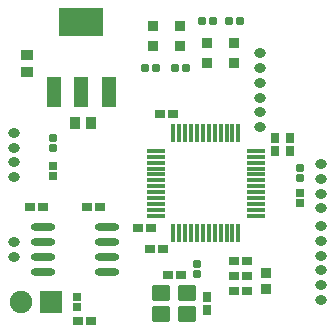
<source format=gts>
G04 Layer: TopSolderMaskLayer*
G04 EasyEDA v6.5.40, 2024-02-04 21:12:00*
G04 47bb9c72da8d420c99b3d15ae168fc4e,2e16165ee3bb4678bfb3015e44e098b9,10*
G04 Gerber Generator version 0.2*
G04 Scale: 100 percent, Rotated: No, Reflected: No *
G04 Dimensions in millimeters *
G04 leading zeros omitted , absolute positions ,4 integer and 5 decimal *
%FSLAX45Y45*%
%MOMM*%

%AMMACRO1*1,1,$1,$2,$3*1,1,$1,$4,$5*1,1,$1,0-$2,0-$3*1,1,$1,0-$4,0-$5*20,1,$1,$2,$3,$4,$5,0*20,1,$1,$4,$5,0-$2,0-$3,0*20,1,$1,0-$2,0-$3,0-$4,0-$5,0*20,1,$1,0-$4,0-$5,$2,$3,0*4,1,4,$2,$3,$4,$5,0-$2,0-$3,0-$4,0-$5,$2,$3,0*%
%ADD10MACRO1,0.1016X0.395X0.27X0.395X-0.27*%
%ADD11MACRO1,0.1016X-0.395X0.27X-0.395X-0.27*%
%ADD12MACRO1,0.1016X-0.395X-0.27X-0.395X0.27*%
%ADD13MACRO1,0.1016X0.395X-0.27X0.395X0.27*%
%ADD14R,0.6416X0.8917*%
%ADD15MACRO1,0.1016X-0.27X0.395X0.27X0.395*%
%ADD16MACRO1,0.1016X-0.27X-0.395X0.27X-0.395*%
%ADD17R,1.0016X0.9016*%
%ADD18MACRO1,0.1016X-0.4X0.45X0.4X0.45*%
%ADD19C,1.9016*%
%ADD20MACRO1,0.1016X0.9X-0.9X-0.9X-0.9*%
%ADD21R,0.9656X0.9016*%
%ADD22MACRO1,0.1016X-0.4X0.4X0.4X0.4*%
%ADD23O,2.051812X0.6700012*%
%ADD24MACRO1,0.1016X0.4X-0.4X-0.4X-0.4*%
%ADD25MACRO1,0.1016X-0.2828X-0.27X-0.2828X0.27*%
%ADD26MACRO1,0.1016X0.2828X-0.27X0.2828X0.27*%
%ADD27MACRO1,0.1016X0.2828X0.27X0.2828X-0.27*%
%ADD28MACRO1,0.1016X-0.2828X0.27X-0.2828X-0.27*%
%ADD29R,0.6416X0.6673*%
%ADD30MACRO1,0.1016X-0.27X0.2828X0.27X0.2828*%
%ADD31MACRO1,0.1016X-0.27X-0.2828X0.27X-0.2828*%
%ADD32O,0.9999979999999999X0.7999984*%
%ADD33MACRO1,0.1016X0.55X1.25X0.55X-1.25*%
%ADD34MACRO1,0.1016X1.8X-1.17X-1.8X-1.17*%
%ADD35O,0.3700272X1.6000222*%
%ADD36O,1.6000222X0.3700272*%
%ADD37MACRO1,0.1016X-0.7X0.6X0.7X0.6*%

%LPD*%
D10*
G01*
X478889Y-1790694D03*
D11*
G01*
X587900Y-1790694D03*
D12*
G01*
X105305Y-1790697D03*
D13*
G01*
X-3705Y-1790697D03*
D10*
G01*
X402694Y-2755894D03*
D11*
G01*
X511705Y-2755894D03*
D10*
G01*
X1101191Y-1003297D03*
D11*
G01*
X1210203Y-1003297D03*
D14*
G01*
X2070100Y-1202791D03*
G01*
X2070100Y-1311808D03*
D10*
G01*
X910689Y-1968492D03*
D11*
G01*
X1019700Y-1968492D03*
D12*
G01*
X1121300Y-2146292D03*
D13*
G01*
X1012289Y-2146292D03*
D12*
G01*
X1832498Y-2374892D03*
D13*
G01*
X1723486Y-2374892D03*
D12*
G01*
X1832498Y-2501892D03*
D13*
G01*
X1723486Y-2501892D03*
D10*
G01*
X1164691Y-2362194D03*
D11*
G01*
X1273703Y-2362194D03*
D15*
G01*
X1498597Y-2658000D03*
D16*
G01*
X1498597Y-2548989D03*
D12*
G01*
X1832498Y-2247892D03*
D13*
G01*
X1723486Y-2247892D03*
D14*
G01*
X2197100Y-1202791D03*
G01*
X2197100Y-1311808D03*
D17*
G01*
X-25400Y-501497D03*
G01*
X-25400Y-641502D03*
D18*
G01*
X514494Y-1079494D03*
G01*
X374495Y-1079494D03*
D19*
G01*
X-76200Y-2590800D03*
D20*
G01*
X177800Y-2590794D03*
D21*
G01*
X1993900Y-2342997D03*
G01*
X1993900Y-2483002D03*
D22*
G01*
X1727197Y-567689D03*
G01*
X1727197Y-397510D03*
G01*
X1498597Y-567689D03*
G01*
X1498597Y-397510D03*
D23*
G01*
X651510Y-2336800D03*
G01*
X651510Y-2209800D03*
G01*
X651510Y-2082800D03*
G01*
X651510Y-1955800D03*
G01*
X110489Y-2336800D03*
G01*
X110489Y-2209800D03*
G01*
X110489Y-2082800D03*
G01*
X110489Y-1955800D03*
D24*
G01*
X1041394Y-427987D03*
G01*
X1041394Y-257807D03*
G01*
X1269994Y-257807D03*
G01*
X1269994Y-427987D03*
D25*
G01*
X1059280Y-609600D03*
D26*
G01*
X972714Y-609600D03*
D27*
G01*
X1226714Y-609600D03*
D28*
G01*
X1313280Y-609600D03*
D27*
G01*
X1683914Y-215900D03*
D28*
G01*
X1770480Y-215900D03*
D25*
G01*
X1541880Y-215900D03*
D26*
G01*
X1455314Y-215900D03*
D29*
G01*
X393700Y-2547518D03*
G01*
X393700Y-2634081D03*
G01*
X190500Y-1442618D03*
G01*
X190500Y-1529181D03*
D30*
G01*
X190497Y-1287877D03*
D31*
G01*
X190497Y-1201312D03*
D30*
G01*
X2285994Y-1541880D03*
D31*
G01*
X2285994Y-1455314D03*
D29*
G01*
X2286000Y-1671218D03*
G01*
X2286000Y-1757781D03*
D32*
G01*
X-139700Y-2082800D03*
G01*
X-139700Y-2207793D03*
D33*
G01*
X201800Y-817690D03*
G01*
X431797Y-817690D03*
G01*
X661794Y-817690D03*
D34*
G01*
X431797Y-223695D03*
D32*
G01*
X-139700Y-1534693D03*
G01*
X-139700Y-1409700D03*
G01*
X-139700Y-1159687D03*
G01*
X-139700Y-1284706D03*
G01*
X2463800Y-1424406D03*
G01*
X2463800Y-1549400D03*
G01*
X2463800Y-1799412D03*
G01*
X2463800Y-1674393D03*
D30*
G01*
X1409697Y-2354677D03*
D31*
G01*
X1409697Y-2268112D03*
D32*
G01*
X2463800Y-2324100D03*
G01*
X2463800Y-2199106D03*
G01*
X2463800Y-2449093D03*
G01*
X2463800Y-2574086D03*
G01*
X2463800Y-2074087D03*
G01*
X2463800Y-1949094D03*
G01*
X1943100Y-736600D03*
G01*
X1943100Y-861618D03*
G01*
X1943100Y-611606D03*
G01*
X1943100Y-486638D03*
G01*
X1943100Y-986612D03*
G01*
X1943100Y-1111605D03*
D35*
G01*
X1210894Y-2012492D03*
G01*
X1260906Y-2012492D03*
G01*
X1310894Y-2012492D03*
G01*
X1360906Y-2012492D03*
G01*
X1410893Y-2012492D03*
G01*
X1460906Y-2012492D03*
G01*
X1510893Y-2012492D03*
G01*
X1560906Y-2012492D03*
G01*
X1610893Y-2012492D03*
G01*
X1660905Y-2012492D03*
G01*
X1710893Y-2012492D03*
G01*
X1760905Y-2012492D03*
D36*
G01*
X1910892Y-1862505D03*
G01*
X1910892Y-1812493D03*
G01*
X1910892Y-1762505D03*
G01*
X1910892Y-1712493D03*
G01*
X1910892Y-1662506D03*
G01*
X1910892Y-1612493D03*
G01*
X1910892Y-1562506D03*
G01*
X1910892Y-1512493D03*
G01*
X1910892Y-1462506D03*
G01*
X1910892Y-1412494D03*
G01*
X1910892Y-1362506D03*
G01*
X1910892Y-1312494D03*
D35*
G01*
X1760905Y-1162507D03*
G01*
X1710893Y-1162507D03*
G01*
X1660905Y-1162507D03*
G01*
X1610893Y-1162507D03*
G01*
X1560906Y-1162507D03*
G01*
X1510893Y-1162507D03*
G01*
X1460906Y-1162507D03*
G01*
X1410893Y-1162507D03*
G01*
X1360906Y-1162507D03*
G01*
X1310894Y-1162507D03*
G01*
X1260906Y-1162507D03*
G01*
X1210894Y-1162507D03*
D36*
G01*
X1060907Y-1312494D03*
G01*
X1060907Y-1362506D03*
G01*
X1060907Y-1412494D03*
G01*
X1060907Y-1462506D03*
G01*
X1060907Y-1512493D03*
G01*
X1060907Y-1562506D03*
G01*
X1060907Y-1612493D03*
G01*
X1060907Y-1662506D03*
G01*
X1060907Y-1712493D03*
G01*
X1060907Y-1762505D03*
G01*
X1060907Y-1812493D03*
G01*
X1060907Y-1862505D03*
D37*
G01*
X1109197Y-2690985D03*
G01*
X1329197Y-2690985D03*
G01*
X1329197Y-2515979D03*
G01*
X1109197Y-2515984D03*
M02*

</source>
